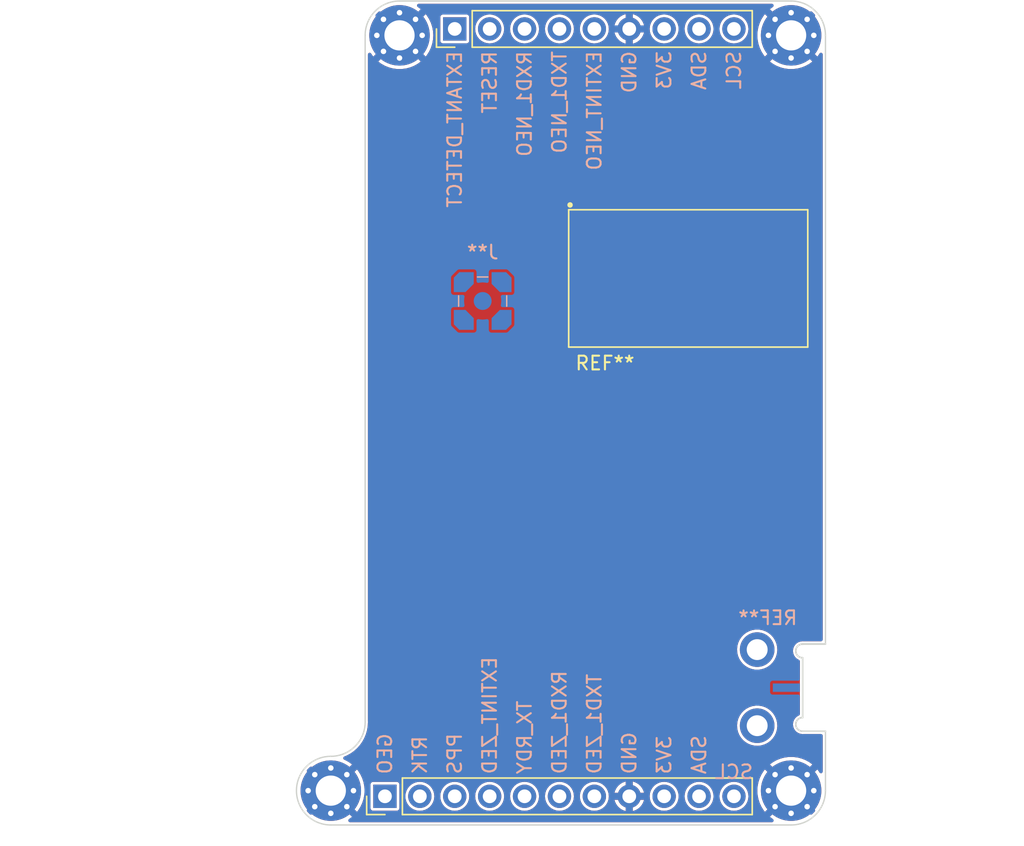
<source format=kicad_pcb>
(kicad_pcb (version 20211014) (generator pcbnew)
  (layers (0 "F.Cu" signal) (1 "In1.Cu" signal) (2 "In2.Cu" signal) (31 "B.Cu" signal) (34 "B.Paste" user) (35 "F.Paste" user) (36 "B.SilkS" user "B.Silkscreen") (37 "F.SilkS" user "F.Silkscreen") (38 "B.Mask" user) (39 "F.Mask" user) (44 "Edge.Cuts" user))
  (net 0 "")
  (net 1 "GND")
  (net 2 "+3.3V")
  (net 3 "/RTK")
  (net 4 "/SCL")
  (net 5 "/SDA")
  (net 6 "/TX_RDY")
  (net 7 "/TXD1_ZED")
  (net 8 "/TXD1_NEO")
  (net 9 "/EXTANT_DETECT")
  (net 10 "/GEO")
  (net 11 "/TP")
  (net 12 "/RXD1_ZED")
  (net 13 "/RESET")
  (net 14 "/EXTINT_ZED")
  (net 15 "/EXTINT_NEO")
  (net 16 "/RXD1_NEO")
  (footprint "Connector_PinHeader_2.54mm:PinHeader_1x11_P2.54mm_Vertical" (layer "F.Cu") (at 127.94 147.912 90)
    (fp_text reference "J2" hide)
    (fp_text value "ZED")
    (fp_line (start -1.33 1.27) (end 1.33 1.27) (layer "F.SilkS") (width 0.12))
    (fp_line (start -1.33 -1.33) (end 0 -1.33) (layer "F.SilkS") (width 0.12))
    (fp_line (start 1.33 1.27) (end 1.33 26.73) (layer "F.SilkS") (width 0.12))
    (fp_line (start -1.33 26.73) (end 1.33 26.73) (layer "F.SilkS") (width 0.12))
    (fp_line (start -1.33 0) (end -1.33 -1.33) (layer "F.SilkS") (width 0.12))
    (fp_line (start -1.33 1.27) (end -1.33 26.73) (layer "F.SilkS") (width 0.12))
    (pad "1" thru_hole rect locked (at 0 0 90) (size 1.7 1.7) (drill 1) (layers *.Cu *.Mask) (net 10 "/GEO"))
    (pad "2" thru_hole oval locked (at 0 2.54 90) (size 1.7 1.7) (drill 1) (layers *.Cu *.Mask) (net 3 "/RTK"))
    (pad "3" thru_hole oval locked (at 0 5.08 90) (size 1.7 1.7) (drill 1) (layers *.Cu *.Mask) (net 11 "/TP"))
    (pad "4" thru_hole oval locked (at 0 7.62 90) (size 1.7 1.7) (drill 1) (layers *.Cu *.Mask) (net 14 "/EXTINT_ZED"))
    (pad "5" thru_hole oval locked (at 0 10.16 90) (size 1.7 1.7) (drill 1) (layers *.Cu *.Mask) (net 6 "/TX_RDY"))
    (pad "6" thru_hole oval locked (at 0 12.7 90) (size 1.7 1.7) (drill 1) (layers *.Cu *.Mask) (net 12 "/RXD1_ZED"))
    (pad "7" thru_hole oval locked (at 0 15.24 90) (size 1.7 1.7) (drill 1) (layers *.Cu *.Mask) (net 7 "/TXD1_ZED"))
    (pad "8" thru_hole oval locked (at 0 17.78 90) (size 1.7 1.7) (drill 1) (layers *.Cu *.Mask) (net 1 "GND"))
    (pad "9" thru_hole oval locked (at 0 20.32 90) (size 1.7 1.7) (drill 1) (layers *.Cu *.Mask) (net 2 "+3.3V"))
    (pad "10" thru_hole oval locked (at 0 22.86 90) (size 1.7 1.7) (drill 1) (layers *.Cu *.Mask) (net 5 "/SDA"))
    (pad "11" thru_hole oval locked (at 0 25.4 90) (size 1.7 1.7) (drill 1) (layers *.Cu *.Mask) (net 4 "/SCL"))
  )
  (footprint "RF_Module_extlib:ISP4520-AS" (layer "F.Cu") (at 141.4125 115.1)
    (fp_text reference "REF**" (at 2.54 1.27 unlocked) (layer "F.SilkS"))
    (fp_text value "ISP4520-AS")
    (fp_line (start 17.3 -9.9) (end 17.3 0.1) (layer "F.SilkS") (width 0.12))
    (fp_line (start -0.1 0.1) (end -0.1 -9.9) (layer "F.SilkS") (width 0.12))
    (fp_line (start 17.3 0.1) (end -0.1 0.1) (layer "F.SilkS") (width 0.12))
    (fp_line (start -0.1 -9.9) (end 17.3 -9.9) (layer "F.SilkS") (width 0.12))
    (fp_circle (center 0 -10.25) (end 0.1 -10.25) (layer "F.SilkS") (width 0.2) (fill none))
    (pad "1" smd roundrect (at 0.5 -9.3) (size 0.7 0.7) (layers "F.Cu" "F.Paste" "F.Mask") (roundrect_rratio 0.015))
    (pad "2" smd roundrect (at 0.475 -8.525) (size 0.65 0.3) (layers "F.Cu" "F.Paste" "F.Mask") (roundrect_rratio 0.015))
    (pad "3" smd roundrect (at 0.475 -7.875) (size 0.65 0.3) (layers "F.Cu" "F.Paste" "F.Mask") (roundrect_rratio 0.015))
    (pad "4" smd roundrect (at 0.475 -7.225) (size 0.65 0.3) (layers "F.Cu" "F.Paste" "F.Mask") (roundrect_rratio 0.015))
    (pad "5" smd roundrect (at 0.475 -6.575) (size 0.65 0.3) (layers "F.Cu" "F.Paste" "F.Mask") (roundrect_rratio 0.015))
    (pad "6" smd roundrect (at 0.475 -5.925) (size 0.65 0.3) (layers "F.Cu" "F.Paste" "F.Mask") (roundrect_rratio 0.015))
    (pad "7" smd roundrect (at 0.475 -5.275) (size 0.65 0.3) (layers "F.Cu" "F.Paste" "F.Mask") (roundrect_rratio 0.015))
    (pad "8" smd roundrect (at 0.475 -4.625) (size 0.65 0.3) (layers "F.Cu" "F.Paste" "F.Mask") (roundrect_rratio 0.015))
    (pad "9" smd roundrect (at 0.475 -3.975) (size 0.65 0.3) (layers "F.Cu" "F.Paste" "F.Mask") (roundrect_rratio 0.015))
    (pad "10" smd roundrect (at 0.475 -3.325) (size 0.65 0.3) (layers "F.Cu" "F.Paste" "F.Mask") (roundrect_rratio 0.015))
    (pad "11" smd roundrect (at 0.475 -2.675) (size 0.65 0.3) (layers "F.Cu" "F.Paste" "F.Mask") (roundrect_rratio 0.015))
    (pad "12" smd roundrect (at 0.475 -2.025) (size 0.65 0.3) (layers "F.Cu" "F.Paste" "F.Mask") (roundrect_rratio 0.015))
    (pad "13" smd roundrect (at 0.475 -1.325) (size 0.65 0.3) (layers "F.Cu" "F.Paste" "F.Mask") (roundrect_rratio 0.015))
    (pad "14" smd roundrect (at 0.5 -0.5) (size 0.7 0.7) (layers "F.Cu" "F.Paste" "F.Mask") (roundrect_rratio 0.015))
    (pad "15" smd roundrect (at 1.35 -0.475 90) (size 0.65 0.3) (layers "F.Cu" "F.Paste" "F.Mask") (roundrect_rratio 0.015))
    (pad "16" smd roundrect (at 2 -0.475 90) (size 0.65 0.3) (layers "F.Cu" "F.Paste" "F.Mask") (roundrect_rratio 0.015))
    (pad "17" smd roundrect (at 2.65 -0.475 90) (size 0.65 0.3) (layers "F.Cu" "F.Paste" "F.Mask") (roundrect_rratio 0.015))
    (pad "18" smd roundrect (at 3.3 -0.475 90) (size 0.65 0.3) (layers "F.Cu" "F.Paste" "F.Mask") (roundrect_rratio 0.015))
    (pad "19" smd roundrect (at 3.95 -0.475 90) (size 0.65 0.3) (layers "F.Cu" "F.Paste" "F.Mask") (roundrect_rratio 0.015))
    (pad "20" smd roundrect (at 4.6 -0.475 90) (size 0.65 0.3) (layers "F.Cu" "F.Paste" "F.Mask") (roundrect_rratio 0.015))
    (pad "21" smd roundrect (at 5.25 -0.475 90) (size 0.65 0.3) (layers "F.Cu" "F.Paste" "F.Mask") (roundrect_rratio 0.015))
    (pad "22" smd roundrect (at 5.9 -0.475 90) (size 0.65 0.3) (layers "F.Cu" "F.Paste" "F.Mask") (roundrect_rratio 0.015))
    (pad "23" smd roundrect (at 6.75 -0.5 180) (size 0.7 0.7) (layers "F.Cu" "F.Paste" "F.Mask") (roundrect_rratio 0.015))
    (pad "24" smd roundrect (at 6.775 -1.325) (size 0.65 0.3) (layers "F.Cu" "F.Paste" "F.Mask") (roundrect_rratio 0.015))
    (pad "25" smd roundrect (at 6.775 -2.025) (size 0.65 0.3) (layers "F.Cu" "F.Paste" "F.Mask") (roundrect_rratio 0.015))
    (pad "26" smd roundrect (at 6.775 -2.675) (size 0.65 0.3) (layers "F.Cu" "F.Paste" "F.Mask") (roundrect_rratio 0.015))
    (pad "27" smd roundrect (at 6.775 -3.325) (size 0.65 0.3) (layers "F.Cu" "F.Paste" "F.Mask") (roundrect_rratio 0.015))
    (pad "28" smd roundrect (at 6.775 -3.975) (size 0.65 0.3) (layers "F.Cu" "F.Paste" "F.Mask") (roundrect_rratio 0.015))
    (pad "29" smd roundrect (at 6.775 -4.625) (size 0.65 0.3) (layers "F.Cu" "F.Paste" "F.Mask") (roundrect_rratio 0.015))
    (pad "30" smd roundrect (at 6.775 -5.275) (size 0.65 0.3) (layers "F.Cu" "F.Paste" "F.Mask") (roundrect_rratio 0.015))
    (pad "31" smd roundrect (at 6.775 -5.925) (size 0.65 0.3) (layers "F.Cu" "F.Paste" "F.Mask") (roundrect_rratio 0.015))
    (pad "32" smd roundrect (at 6.775 -6.575) (size 0.65 0.3) (layers "F.Cu" "F.Paste" "F.Mask") (roundrect_rratio 0.015))
    (pad "33" smd roundrect (at 6.775 -7.225) (size 0.65 0.3) (layers "F.Cu" "F.Paste" "F.Mask") (roundrect_rratio 0.015))
    (pad "34" smd roundrect (at 6.775 -7.875) (size 0.65 0.3) (layers "F.Cu" "F.Paste" "F.Mask") (roundrect_rratio 0.015))
    (pad "35" smd roundrect (at 6.775 -8.525) (size 0.65 0.3) (layers "F.Cu" "F.Paste" "F.Mask") (roundrect_rratio 0.015))
    (pad "36" smd roundrect (at 6.75 -9.3 180) (size 0.7 0.7) (layers "F.Cu" "F.Paste" "F.Mask") (roundrect_rratio 0.015))
    (pad "37" smd roundrect (at 5.85 -9.325 90) (size 0.65 0.3) (layers "F.Cu" "F.Paste" "F.Mask") (roundrect_rratio 0.015))
    (pad "38" smd roundrect (at 5.2 -9.325 90) (size 0.65 0.3) (layers "F.Cu" "F.Paste" "F.Mask") (roundrect_rratio 0.015))
    (pad "39" smd roundrect (at 4.55 -9.325 90) (size 0.65 0.3) (layers "F.Cu" "F.Paste" "F.Mask") (roundrect_rratio 0.015))
    (pad "40" smd roundrect (at 3.9 -9.325 90) (size 0.65 0.3) (layers "F.Cu" "F.Paste" "F.Mask") (roundrect_rratio 0.015))
    (pad "41" smd roundrect (at 3.25 -9.325 90) (size 0.65 0.3) (layers "F.Cu" "F.Paste" "F.Mask") (roundrect_rratio 0.015))
    (pad "42" smd roundrect (at 2.6 -9.325 90) (size 0.65 0.3) (layers "F.Cu" "F.Paste" "F.Mask") (roundrect_rratio 0.015))
    (pad "43" smd roundrect (at 1.95 -9.325 90) (size 0.65 0.3) (layers "F.Cu" "F.Paste" "F.Mask") (roundrect_rratio 0.015))
    (pad "44" smd roundrect (at 1.35 -9.325 90) (size 0.65 0.3) (layers "F.Cu" "F.Paste" "F.Mask") (roundrect_rratio 0.015))
    (pad "45" smd roundrect (at 8.525 -0.475 90) (size 0.65 0.3) (layers "F.Cu" "F.Paste" "F.Mask") (roundrect_rratio 0.015))
    (pad "46" smd roundrect (at 9.325 -0.475 90) (size 0.65 0.3) (layers "F.Cu" "F.Paste" "F.Mask") (roundrect_rratio 0.015))
    (pad "47" smd roundrect (at 10.125 -0.475 90) (size 0.65 0.3) (layers "F.Cu" "F.Paste" "F.Mask") (roundrect_rratio 0.015))
    (pad "48" smd roundrect (at 10.925 -0.475 90) (size 0.65 0.3) (layers "F.Cu" "F.Paste" "F.Mask") (roundrect_rratio 0.015))
    (pad "49" smd roundrect (at 11.725 -0.475 90) (size 0.65 0.3) (layers "F.Cu" "F.Paste" "F.Mask") (roundrect_rratio 0.015))
    (pad "50" smd roundrect (at 12.525 -0.475 90) (size 0.65 0.3) (layers "F.Cu" "F.Paste" "F.Mask") (roundrect_rratio 0.015))
    (pad "51" smd roundrect (at 13.325 -0.475 90) (size 0.65 0.3) (layers "F.Cu" "F.Paste" "F.Mask") (roundrect_rratio 0.015))
    (pad "52" smd roundrect (at 14.125 -0.475 90) (size 0.65 0.3) (layers "F.Cu" "F.Paste" "F.Mask") (roundrect_rratio 0.015))
    (pad "53" smd roundrect (at 14.925 -0.475 270) (size 0.65 0.3) (layers "F.Cu" "F.Paste" "F.Mask") (roundrect_rratio 0.015))
    (pad "54" smd roundrect (at 16.7 -0.5 180) (size 0.7 0.7) (layers "F.Cu" "F.Paste" "F.Mask") (roundrect_rratio 0.015))
    (pad "55" smd roundrect (at 16.73 -1.7 180) (size 0.65 0.3) (layers "F.Cu" "F.Paste" "F.Mask") (roundrect_rratio 0.015))
    (pad "56" smd roundrect (at 16.73 -2.5 180) (size 0.65 0.3) (layers "F.Cu" "F.Paste" "F.Mask") (roundrect_rratio 0.015))
    (pad "57" smd roundrect (at 16.73 -3.3 180) (size 0.65 0.3) (layers "F.Cu" "F.Paste" "F.Mask") (roundrect_rratio 0.015))
    (pad "58" smd roundrect (at 16.73 -4.1 180) (size 0.65 0.3) (layers "F.Cu" "F.Paste" "F.Mask") (roundrect_rratio 0.015))
    (pad "59" smd roundrect (at 16.725 -4.9 180) (size 0.65 0.3) (layers "F.Cu" "F.Paste" "F.Mask") (roundrect_rratio 0.015))
    (pad "60" smd roundrect (at 16.73 -5.7 180) (size 0.65 0.3) (layers "F.Cu" "F.Paste" "F.Mask") (roundrect_rratio 0.015))
    (pad "61" smd roundrect (at 16.73 -6.5 180) (size 0.65 0.3) (layers "F.Cu" "F.Paste" "F.Mask") (roundrect_rratio 0.015))
    (pad "62" smd roundrect (at 16.73 -7.3 180) (size 0.65 0.3) (layers "F.Cu" "F.Paste" "F.Mask") (roundrect_rratio 0.015))
    (pad "63" smd roundrect (at 16.73 -8.1) (size 0.65 0.3) (layers "F.Cu" "F.Paste" "F.Mask") (roundrect_rratio 0.015))
    (pad "64" smd roundrect (at 16.7 -9.3) (size 0.7 0.7) (layers "F.Cu" "F.Paste" "F.Mask") (roundrect_rratio 0.015))
    (pad "65" smd roundrect (at 14.925 -9.325 270) (size 0.65 0.3) (layers "F.Cu" "F.Paste" "F.Mask") (roundrect_rratio 0.015))
    (pad "66" smd roundrect (at 14.125 -9.325 270) (size 0.65 0.3) (layers "F.Cu" "F.Paste" "F.Mask") (roundrect_rratio 0.015))
    (pad "67" smd roundrect (at 13.325 -9.325 270) (size 0.65 0.3) (layers "F.Cu" "F.Paste" "F.Mask") (roundrect_rratio 0.015))
    (pad "68" smd roundrect (at 12.525 -9.325 270) (size 0.65 0.3) (layers "F.Cu" "F.Paste" "F.Mask") (roundrect_rratio 0.015))
    (pad "69" smd roundrect (at 11.725 -9.325 270) (size 0.65 0.3) (layers "F.Cu" "F.Paste" "F.Mask") (roundrect_rratio 0.015))
    (pad "70" smd roundrect (at 10.925 -9.325 270) (size 0.65 0.3) (layers "F.Cu" "F.Paste" "F.Mask") (roundrect_rratio 0.015))
    (pad "71" smd roundrect (at 10.125 -9.325 270) (size 0.65 0.3) (layers "F.Cu" "F.Paste" "F.Mask") (roundrect_rratio 0.015))
    (pad "72" smd roundrect (at 9.325 -9.325 270) (size 0.65 0.3) (layers "F.Cu" "F.Paste" "F.Mask") (roundrect_rratio 0.015))
    (pad "73" smd roundrect (at 8.525 -9.325 90) (size 0.65 0.3) (layers "F.Cu" "F.Paste" "F.Mask") (roundrect_rratio 0.015))
    (pad "74" smd roundrect (at 1.88 -6.725) (size 0.85 0.8) (layers "F.Cu" "F.Paste" "F.Mask") (roundrect_rratio 0.015))
    (pad "74" smd roundrect (at 1.88 -3.075) (size 0.85 0.8) (layers "F.Cu" "F.Paste" "F.Mask") (roundrect_rratio 0.015))
    (pad "74" smd roundrect (at 1.88 -2.175) (size 0.85 0.8) (layers "F.Cu" "F.Paste" "F.Mask") (roundrect_rratio 0.015))
    (pad "74" smd roundrect (at 1.88 -7.625) (size 0.85 0.8) (layers "F.Cu" "F.Paste" "F.Mask") (roundrect_rratio 0.015))
    (pad "74" smd roundrect (at 4.43 -3.975) (size 0.85 0.8) (layers "F.Cu" "F.Paste" "F.Mask") (roundrect_rratio 0.015))
    (pad "74" smd roundrect (at 2.83 -3.975) (size 0.85 0.8) (layers "F.Cu" "F.Paste" "F.Mask") (roundrect_rratio 0.015))
    (pad "74" smd roundrect (at 5.38 -6.725) (size 0.85 0.8) (layers "F.Cu" "F.Paste" "F.Mask") (roundrect_rratio 0.015))
    (pad "74" smd roundrect (at 5.38 -7.625) (size 0.85 0.8) (layers "F.Cu" "F.Paste" "F.Mask") (roundrect_rratio 0.015))
    (pad "74" smd roundrect (at 4.425 -5.825) (size 0.85 0.8) (layers "F.Cu" "F.Paste" "F.Mask") (roundrect_rratio 0.015))
    (pad "74" smd roundrect (at 4.43 -3.075) (size 0.85 0.8) (layers "F.Cu" "F.Paste" "F.Mask") (roundrect_rratio 0.015))
    (pad "74" smd roundrect (at 2.83 -2.175) (size 0.85 0.8) (layers "F.Cu" "F.Paste" "F.Mask") (roundrect_rratio 0.015))
    (pad "74" smd roundrect (at 1.88 -3.975) (size 0.85 0.8) (layers "F.Cu" "F.Paste" "F.Mask") (roundrect_rratio 0.015))
    (pad "74" smd roundrect (at 2.83 -7.625) (size 0.85 0.8) (layers "F.Cu" "F.Paste" "F.Mask") (roundrect_rratio 0.015))
    (pad "74" smd roundrect (at 5.38 -2.175) (size 0.85 0.8) (layers "F.Cu" "F.Paste" "F.Mask") (roundrect_rratio 0.015))
    (pad "74" smd roundrect (at 2.83 -5.825) (size 0.85 0.8) (layers "F.Cu" "F.Paste" "F.Mask") (roundrect_rratio 0.015))
    (pad "74" smd roundrect (at 4.43 -7.625) (size 0.85 0.8) (layers "F.Cu" "F.Paste" "F.Mask") (roundrect_rratio 0.015))
    (pad "74" smd roundrect (at 2.83 -6.725) (size 0.85 0.8) (layers "F.Cu" "F.Paste" "F.Mask") (roundrect_rratio 0.015))
    (pad "74" smd roundrect (at 5.38 -3.975) (size 0.85 0.8) (layers "F.Cu" "F.Paste" "F.Mask") (roundrect_rratio 0.015))
    (pad "74" smd roundrect (at 2.83 -3.075) (size 0.85 0.8) (layers "F.Cu" "F.Paste" "F.Mask") (roundrect_rratio 0.015))
    (pad "74" smd roundrect (at 5.38 -5.825) (size 0.85 0.8) (layers "F.Cu" "F.Paste" "F.Mask") (roundrect_rratio 0.015))
    (pad "74" smd roundrect (at 5.38 -3.075) (size 0.85 0.8) (layers "F.Cu" "F.Paste" "F.Mask") (roundrect_rratio 0.015))
    (pad "74" smd roundrect (at 1.88 -5.825) (size 0.85 0.8) (layers "F.Cu" "F.Paste" "F.Mask") (roundrect_rratio 0.015))
    (pad "74" smd roundrect (at 4.43 -6.725) (size 0.85 0.8) (layers "F.Cu" "F.Paste" "F.Mask") (roundrect_rratio 0.015))
    (pad "74" smd roundrect (at 4.425 -2.175) (size 0.85 0.8) (layers "F.Cu" "F.Paste" "F.Mask") (roundrect_rratio 0.015))
  )
  (footprint "Boards_extlib:CLAS_Combo_Breakout" (layer "F.Cu") (at 130 120)
    (fp_text reference "REF**" hide)
    (fp_text value "CLAS_Combo_Breakout")
  )
  (footprint "MountingHole:MountingHole_2.2mm_M2_Pad_Via" (layer "F.Cu") (at 157.5 147.5)
    (fp_text reference "H1" hide)
    (fp_text value "MH")
    (pad "1" thru_hole circle (at 1.166726 1.166726) (size 0.7 0.7) (drill 0.4) (layers *.Cu *.Mask) (net 1 "GND"))
    (pad "1" thru_hole circle (at 1.166726 -1.166726) (size 0.7 0.7) (drill 0.4) (layers *.Cu *.Mask) (net 1 "GND"))
    (pad "1" thru_hole circle (at -1.166726 1.166726) (size 0.7 0.7) (drill 0.4) (layers *.Cu *.Mask) (net 1 "GND"))
    (pad "1" thru_hole circle (at 0 -1.65) (size 0.7 0.7) (drill 0.4) (layers *.Cu *.Mask) (net 1 "GND"))
    (pad "1" thru_hole circle (at 0 0) (size 4.4 4.4) (drill 2.2) (layers *.Cu *.Mask) (net 1 "GND"))
    (pad "1" thru_hole circle (at 0 1.65) (size 0.7 0.7) (drill 0.4) (layers *.Cu *.Mask) (net 1 "GND"))
    (pad "1" thru_hole circle (at 1.65 0) (size 0.7 0.7) (drill 0.4) (layers *.Cu *.Mask) (net 1 "GND"))
    (pad "1" thru_hole circle (at -1.65 0) (size 0.7 0.7) (drill 0.4) (layers *.Cu *.Mask) (net 1 "GND"))
    (pad "1" thru_hole circle (at -1.166726 -1.166726) (size 0.7 0.7) (drill 0.4) (layers *.Cu *.Mask) (net 1 "GND"))
  )
  (footprint "Connector_PinHeader_2.54mm:PinHeader_1x09_P2.54mm_Vertical" (layer "F.Cu") (at 133.02 92.032 90)
    (fp_text reference "J3" hide)
    (fp_text value "NEO")
    (fp_line (start 1.33 1.27) (end 1.33 21.65) (layer "F.SilkS") (width 0.12))
    (fp_line (start -1.33 0) (end -1.33 -1.33) (layer "F.SilkS") (width 0.12))
    (fp_line (start -1.33 -1.33) (end 0 -1.33) (layer "F.SilkS") (width 0.12))
    (fp_line (start -1.33 1.27) (end -1.33 21.65) (layer "F.SilkS") (width 0.12))
    (fp_line (start -1.33 21.65) (end 1.33 21.65) (layer "F.SilkS") (width 0.12))
    (fp_line (start -1.33 1.27) (end 1.33 1.27) (layer "F.SilkS") (width 0.12))
    (pad "1" thru_hole rect locked (at 0 0 90) (size 1.7 1.7) (drill 1) (layers *.Cu *.Mask) (net 9 "/EXTANT_DETECT"))
    (pad "2" thru_hole oval locked (at 0 2.54 90) (size 1.7 1.7) (drill 1) (layers *.Cu *.Mask) (net 13 "/RESET"))
    (pad "3" thru_hole oval locked (at 0 5.08 90) (size 1.7 1.7) (drill 1) (layers *.Cu *.Mask) (net 16 "/RXD1_NEO"))
    (pad "4" thru_hole oval locked (at 0 7.62 90) (size 1.7 1.7) (drill 1) (layers *.Cu *.Mask) (net 8 "/TXD1_NEO"))
    (pad "5" thru_hole oval locked (at 0 10.16 90) (size 1.7 1.7) (drill 1) (layers *.Cu *.Mask) (net 15 "/EXTINT_NEO"))
    (pad "6" thru_hole oval locked (at 0 12.7 90) (size 1.7 1.7) (drill 1) (layers *.Cu *.Mask) (net 1 "GND"))
    (pad "7" thru_hole oval locked (at 0 15.24 90) (size 1.7 1.7) (drill 1) (layers *.Cu *.Mask) (net 2 "+3.3V"))
    (pad "8" thru_hole oval locked (at 0 17.78 90) (size 1.7 1.7) (drill 1) (layers *.Cu *.Mask) (net 5 "/SDA"))
    (pad "9" thru_hole oval locked (at 0 20.32 90) (size 1.7 1.7) (drill 1) (layers *.Cu *.Mask) (net 4 "/SCL"))
  )
  (footprint "MountingHole:MountingHole_2.2mm_M2_Pad_Via" (layer "F.Cu") (at 129 92.5)
    (fp_text reference "H2" hide)
    (fp_text value "MH")
    (pad "1" thru_hole circle (at -1.65 0) (size 0.7 0.7) (drill 0.4) (layers *.Cu *.Mask) (net 1 "GND"))
    (pad "1" thru_hole circle (at 1.166726 -1.166726) (size 0.7 0.7) (drill 0.4) (layers *.Cu *.Mask) (net 1 "GND"))
    (pad "1" thru_hole circle (at -1.166726 1.166726) (size 0.7 0.7) (drill 0.4) (layers *.Cu *.Mask) (net 1 "GND"))
    (pad "1" thru_hole circle (at 0 1.65) (size 0.7 0.7) (drill 0.4) (layers *.Cu *.Mask) (net 1 "GND"))
    (pad "1" thru_hole circle (at 1.65 0) (size 0.7 0.7) (drill 0.4) (layers *.Cu *.Mask) (net 1 "GND"))
    (pad "1" thru_hole circle (at -1.166726 -1.166726) (size 0.7 0.7) (drill 0.4) (layers *.Cu *.Mask) (net 1 "GND"))
    (pad "1" thru_hole circle (at 1.166726 1.166726) (size 0.7 0.7) (drill 0.4) (layers *.Cu *.Mask) (net 1 "GND"))
    (pad "1" thru_hole circle (at 0 0) (size 4.4 4.4) (drill 2.2) (layers *.Cu *.Mask) (net 1 "GND"))
    (pad "1" thru_hole circle (at 0 -1.65) (size 0.7 0.7) (drill 0.4) (layers *.Cu *.Mask) (net 1 "GND"))
  )
  (footprint "MountingHole:MountingHole_2.2mm_M2_Pad_Via" (layer "F.Cu") (at 157.5 92.5)
    (fp_text reference "H4" hide)
    (fp_text value "MH")
    (pad "1" thru_hole circle (at -1.65 0) (size 0.7 0.7) (drill 0.4) (layers *.Cu *.Mask) (net 1 "GND"))
    (pad "1" thru_hole circle (at -1.166726 1.166726) (size 0.7 0.7) (drill 0.4) (layers *.Cu *.Mask) (net 1 "GND"))
    (pad "1" thru_hole circle (at 1.166726 -1.166726) (size 0.7 0.7) (drill 0.4) (layers *.Cu *.Mask) (net 1 "GND"))
    (pad "1" thru_hole circle (at -1.166726 -1.166726) (size 0.7 0.7) (drill 0.4) (layers *.Cu *.Mask) (net 1 "GND"))
    (pad "1" thru_hole circle (at 0 0) (size 4.4 4.4) (drill 2.2) (layers *.Cu *.Mask) (net 1 "GND"))
    (pad "1" thru_hole circle (at 0 1.65) (size 0.7 0.7) (drill 0.4) (layers *.Cu *.Mask) (net 1 "GND"))
    (pad "1" thru_hole circle (at 1.166726 1.166726) (size 0.7 0.7) (drill 0.4) (layers *.Cu *.Mask) (net 1 "GND"))
    (pad "1" thru_hole circle (at 1.65 0) (size 0.7 0.7) (drill 0.4) (layers *.Cu *.Mask) (net 1 "GND"))
    (pad "1" thru_hole circle (at 0 -1.65) (size 0.7 0.7) (drill 0.4) (layers *.Cu *.Mask) (net 1 "GND"))
  )
  (footprint "MountingHole:MountingHole_2.2mm_M2_Pad_Via" (layer "F.Cu") (at 124 147.5)
    (fp_text reference "H3" hide)
    (fp_text value "MH")
    (pad "1" thru_hole circle (at 0 0) (size 4.4 4.4) (drill 2.2) (layers *.Cu *.Mask) (net 1 "GND"))
    (pad "1" thru_hole circle (at 1.166726 -1.166726) (size 0.7 0.7) (drill 0.4) (layers *.Cu *.Mask) (net 1 "GND"))
    (pad "1" thru_hole circle (at 0 -1.65) (size 0.7 0.7) (drill 0.4) (layers *.Cu *.Mask) (net 1 "GND"))
    (pad "1" thru_hole circle (at 1.65 0) (size 0.7 0.7) (drill 0.4) (layers *.Cu *.Mask) (net 1 "GND"))
    (pad "1" thru_hole circle (at 0 1.65) (size 0.7 0.7) (drill 0.4) (layers *.Cu *.Mask) (net 1 "GND"))
    (pad "1" thru_hole circle (at -1.166726 1.166726) (size 0.7 0.7) (drill 0.4) (layers *.Cu *.Mask) (net 1 "GND"))
    (pad "1" thru_hole circle (at -1.166726 -1.166726) (size 0.7 0.7) (drill 0.4) (layers *.Cu *.Mask) (net 1 "GND"))
    (pad "1" thru_hole circle (at -1.65 0) (size 0.7 0.7) (drill 0.4) (layers *.Cu *.Mask) (net 1 "GND"))
    (pad "1" thru_hole circle (at 1.166726 1.166726) (size 0.7 0.7) (drill 0.4) (layers *.Cu *.Mask) (net 1 "GND"))
  )
  (footprint "Connector_Coaxial_extlib:SMA_Molex_0732512440_embed" (layer "B.Cu") (at 160 140 180)
    (fp_text reference "REF**" (at 4.2 5.08 unlocked) (layer "B.SilkS") (effects (justify mirror)))
    (fp_text value "0732512440")
    (fp_line (start 1.66 3.175) (end 0 3.175) (layer "Edge.Cuts") (width 0.12))
    (fp_line (start 1.66 -3.175) (end 0 -3.175) (layer "Edge.Cuts") (width 0.12))
    (fp_line (start 1.66 -2.175) (end 1.66 2.175) (layer "Edge.Cuts") (width 0.12))
    (fp_arc (start 1.66 2.175) (mid 2.16 2.675) (end 1.66 3.175) (layer "Edge.Cuts") (width 0.12))
    (fp_arc (start 1.66 -3.175) (mid 2.16 -2.675) (end 1.66 -2.175) (layer "Edge.Cuts") (width 0.12))
    (pad "1" smd rect (at 2.845 0 180) (size 1.97 0.61) (layers "B.Cu" "B.Paste" "B.Mask"))
    (pad "2" thru_hole circle (at 4.97 -2.77 180) (size 2.52 2.52) (drill 1.52) (layers *.Cu *.Mask))
    (pad "2" thru_hole circle (at 4.97 2.77 180) (size 2.52 2.52) (drill 1.52) (layers *.Cu *.Mask))
  )
  (footprint "Connector_Coaxial_extlib:MMCX_Samtec_MMCX-P-P-H-ST-SM1_Male" (layer "B.Cu") (at 135.052 111.844 180)
    (fp_text reference "J**" (at 0 3.556) (layer "B.SilkS") (effects (justify mirror)))
    (fp_text value "0734152063" hide)
    (fp_line (start -0.381 1.75) (end 0.381 1.75) (layer "B.SilkS") (width 0.1))
    (fp_line (start 1.75 0.381) (end 1.75 -0.381) (layer "B.SilkS") (width 0.1))
    (fp_line (start -1.75 0.381) (end -1.75 -0.381) (layer "B.SilkS") (width 0.1))
    (pad "1" smd circle locked (at 0 0 90) (size 1.3 1.3) (layers "B.Cu"))
    (pad "2" smd custom locked (at 1.375 1.375 90) (size 0.425 0.425) (layers "B.Cu" "B.Paste" "B.Mask") (options (clearance outline) (anchor rect)) (primitives (gr_poly (pts (xy -0.725 0.125) (xy -0.725 -0.725) (xy 0.325 -0.725) (xy 0.725 -0.325) (xy 0.725 0.725) (xy -0.125 0.725)) (width 0) (fill yes))))
    (pad "2" smd custom locked (at -1.375 -1.375 270) (size 0.425 0.425) (layers "B.Cu" "B.Paste" "B.Mask") (options (clearance outline) (anchor rect)) (primitives (gr_poly (pts (xy -0.725 0.125) (xy -0.725 -0.725) (xy 0.325 -0.725) (xy 0.725 -0.325) (xy 0.725 0.725) (xy -0.125 0.725)) (width 0) (fill yes))))
    (pad "2" smd custom locked (at 1.375 -1.375 180) (size 0.425 0.425) (layers "B.Cu" "B.Paste" "B.Mask") (options (clearance outline) (anchor rect)) (primitives (gr_poly (pts (xy -0.725 0.125) (xy -0.725 -0.725) (xy 0.325 -0.725) (xy 0.725 -0.325) (xy 0.725 0.725) (xy -0.125 0.725)) (width 0) (fill yes))))
    (pad "2" smd custom locked (at -1.375 1.375) (size 0.425 0.425) (layers "B.Cu" "B.Paste" "B.Mask") (options (clearance outline) (anchor rect)) (primitives (gr_poly (pts (xy -0.725 0.125) (xy -0.725 -0.725) (xy 0.325 -0.725) (xy 0.725 -0.325) (xy 0.725 0.725) (xy -0.125 0.725)) (width 0) (fill yes))))
    (zone (net 0) (net_name "") (layers "B.Cu" "Cmts.User") (connect_pads (clearance 0)) (min_thickness 0.254)
      (keepout (tracks allowed) (vias allowed) (pads allowed) (copperpour not_allowed) (footprints allowed))
      (fill (thermal_gap 0.508) (thermal_bridge_width 0.508))
      (polygon (pts (xy 133.696843 111.844) (xy 133.717431 111.608679) (xy 133.778569 111.380509) (xy 133.8784 111.166422) (xy 134.01389 110.972922) (xy 134.180922 110.80589) (xy 134.374421 110.6704) (xy 134.588509 110.570569) (xy 134.816679 110.509431) (xy 135.052 110.488843) (xy 135.287321 110.509431) (xy 135.515491 110.570569) (xy 135.729578 110.6704) (xy 135.923078 110.80589) (xy 136.09011 110.972922) (xy 136.2256 111.166422) (xy 136.325431 111.380509) (xy 136.386569 111.608679) (xy 136.407157 111.844) (xy 136.386569 112.079321) (xy 136.325431 112.307491) (xy 136.2256 112.521578) (xy 136.09011 112.715078) (xy 135.923078 112.88211) (xy 135.729579 113.0176) (xy 135.515491 113.117431) (xy 135.287321 113.178569) (xy 135.052 113.199157) (xy 134.816679 113.178569) (xy 134.588509 113.117431) (xy 134.374421 113.0176) (xy 134.180922 112.88211) (xy 134.01389 112.715078) (xy 133.8784 112.521578) (xy 133.778569 112.307491) (xy 133.717431 112.079321)))
    )
  )
  (gr_line (start 160 136.825) (end 160 92.5) (layer "Edge.Cuts") (width 0.1))
  (gr_line (start 157.5 90) (end 129 90) (layer "Edge.Cuts") (width 0.1))
  (gr_arc (start 126.5 142.5) (mid 125.767767 144.267767) (end 124 145) (layer "Edge.Cuts") (width 0.1))
  (gr_line (start 126.5 92.5) (end 126.5 142.5) (layer "Edge.Cuts") (width 0.1))
  (gr_arc (start 160 147.5) (mid 159.267767 149.267767) (end 157.5 150) (layer "Edge.Cuts") (width 0.1))
  (gr_arc (start 126.5 92.5) (mid 127.232233 90.732233) (end 129 90) (layer "Edge.Cuts") (width 0.1))
  (gr_arc (start 124 150) (mid 121.5 147.5) (end 124 145) (layer "Edge.Cuts") (width 0.1))
  (gr_line (start 124 150) (end 157.5 150) (layer "Edge.Cuts") (width 0.1))
  (gr_arc (start 157.5 90) (mid 159.267767 90.732233) (end 160 92.5) (layer "Edge.Cuts") (width 0.1))
  (gr_line (start 160 147.5) (end 160 143.175) (layer "Edge.Cuts") (width 0.1))
  (gr_text "RESET" (at 135.56 93.556 90) (layer "B.SilkS") (effects (font (size 1 1)) (justify left mirror)))
  (gr_text "TXD1_NEO" (at 140.64 93.556 90) (layer "B.SilkS") (effects (font (size 1 1)) (justify left mirror)))
  (gr_text "GND" (at 145.72 93.556 90) (layer "B.SilkS") (effects (font (size 1 1)) (justify left mirror)))
  (gr_text "3V3" (at 148.26 93.556 90) (layer "B.SilkS") (effects (font (size 1 1)) (justify left mirror)))
  (gr_text "SDA" (at 150.8 146.388 90) (layer "B.SilkS") (effects (font (size 1 1)) (justify right mirror)))
  (gr_text "3V3" (at 148.26 146.388 90) (layer "B.SilkS") (effects (font (size 1 1)) (justify right mirror)))
  (gr_text "EXTINT_ZED" (at 135.56 146.388 90) (layer "B.SilkS") (effects (font (size 1 1)) (justify right mirror)))
  (gr_text "EXTINT_NEO" (at 143.18 93.556 90) (layer "B.SilkS") (effects (font (size 1 1)) (justify left mirror)))
  (gr_text "SCL" (at 153.34 146.134) (layer "B.SilkS") (effects (font (size 1 1)) (justify mirror)))
  (gr_text "RTK" (at 130.48 146.388 90) (layer "B.SilkS") (effects (font (size 1 1)) (justify right mirror)))
  (gr_text "SCL" (at 153.34 93.556 90) (layer "B.SilkS") (effects (font (size 1 1)) (justify left mirror)))
  (gr_text "TX_RDY" (at 138.1 146.388 90) (layer "B.SilkS") (effects (font (size 1 1)) (justify right mirror)))
  (gr_text "TXD1_ZED" (at 143.18 146.388 90) (layer "B.SilkS") (effects (font (size 1 1)) (justify right mirror)))
  (gr_text "GND" (at 145.72 146.388 90) (layer "B.SilkS") (effects (font (size 1 1)) (justify right mirror)))
  (gr_text "GEO" (at 127.94 146.388 90) (layer "B.SilkS") (effects (font (size 1 1)) (justify right mirror)))
  (gr_text "RXD1_NEO" (at 138.1 93.556 90) (layer "B.SilkS") (effects (font (size 1 1)) (justify left mirror)))
  (gr_text "EXTANT_DETECT" (at 133.02 93.556 90) (layer "B.SilkS") (effects (font (size 1 1)) (justify left mirror)))
  (gr_text "RXD1_ZED" (at 140.64 146.388 90) (layer "B.SilkS") (effects (font (size 1 1)) (justify right mirror)))
  (gr_text "PPS" (at 133.02 146.388 90) (layer "B.SilkS") (effects (font (size 1 1)) (justify right mirror)))
  (gr_text "SDA" (at 150.8 93.556 90) (layer "B.SilkS") (effects (font (size 1 1)) (justify left mirror)))
  (zone (net 1) (net_name "GND") (layers "F.Cu" "In1.Cu" "In2.Cu" "B.Cu") (connect_pads thru_hole_only (clearance 0.2)) (min_thickness 0.254) (fill yes (thermal_gap 0.254) (thermal_bridge_width 0.508))
    (polygon (pts (xy 160 150) (xy 100 150) (xy 100 127.5) (xy 110 127.5) (xy 110 112.5) (xy 100 112.5) (xy 100 90) (xy 160 90)))
  )
)
</source>
